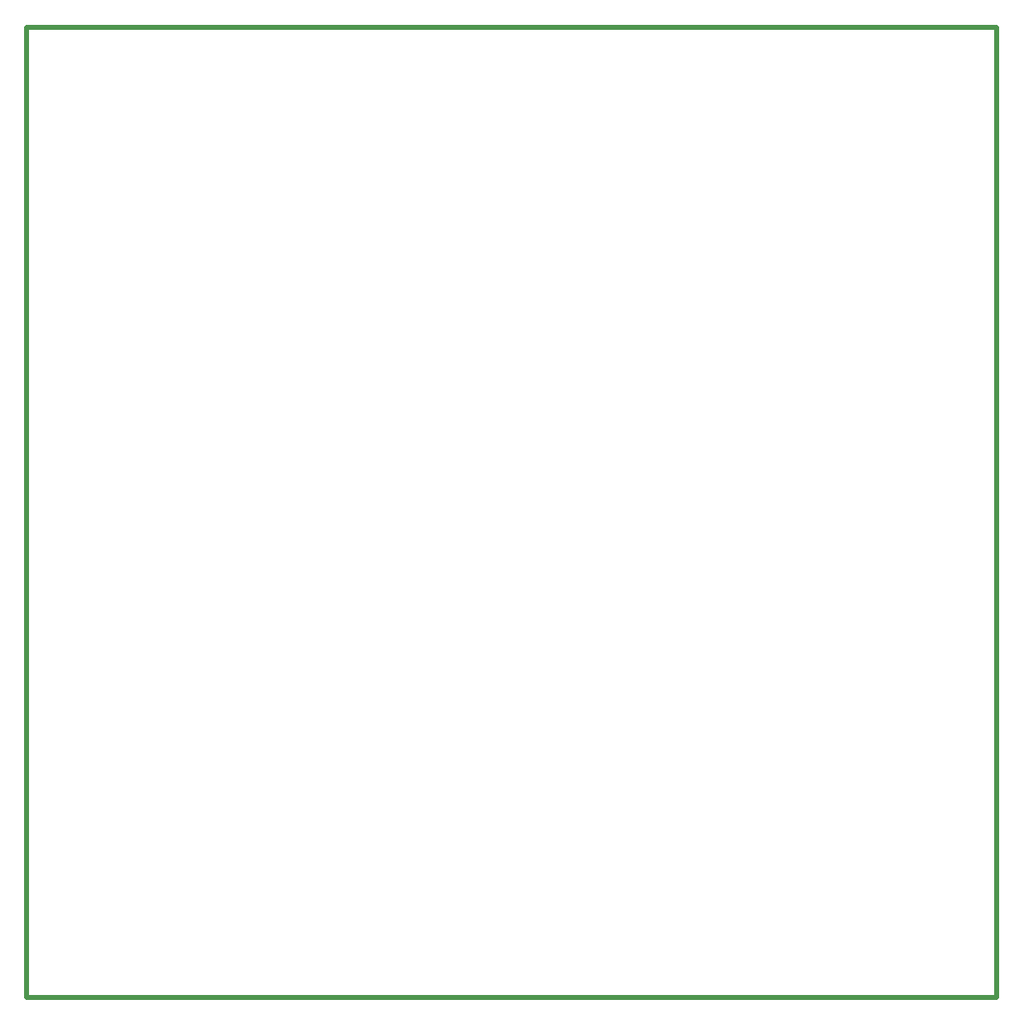
<source format=gko>
G04*
G04 #@! TF.GenerationSoftware,Altium Limited,Altium Designer,24.1.2 (44)*
G04*
G04 Layer_Color=16711935*
%FSLAX44Y44*%
%MOMM*%
G71*
G04*
G04 #@! TF.SameCoordinates,264AB7AF-67A9-449C-BE9F-4602C0ED76BB*
G04*
G04*
G04 #@! TF.FilePolarity,Positive*
G04*
G01*
G75*
%ADD12C,0.5080*%
D12*
X0Y0D02*
Y317500D01*
Y990600D01*
X990600D01*
Y0D02*
Y990600D01*
X0Y0D02*
X990600D01*
M02*

</source>
